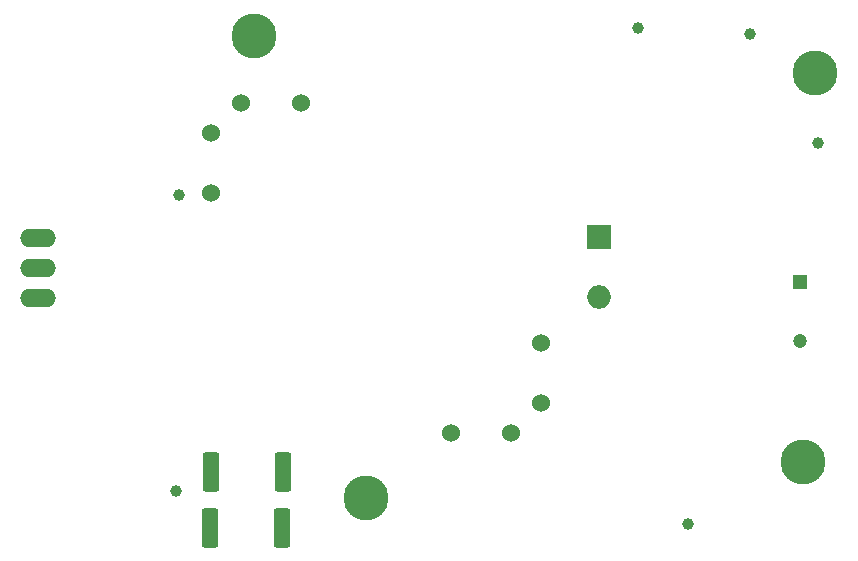
<source format=gts>
G04 #@! TF.GenerationSoftware,KiCad,Pcbnew,(6.0.11)*
G04 #@! TF.CreationDate,2023-06-14T00:40:10+03:00*
G04 #@! TF.ProjectId,flyback_48V_48W,666c7962-6163-46b5-9f34-38565f343857,rev?*
G04 #@! TF.SameCoordinates,Original*
G04 #@! TF.FileFunction,Soldermask,Top*
G04 #@! TF.FilePolarity,Negative*
%FSLAX46Y46*%
G04 Gerber Fmt 4.6, Leading zero omitted, Abs format (unit mm)*
G04 Created by KiCad (PCBNEW (6.0.11)) date 2023-06-14 00:40:10*
%MOMM*%
%LPD*%
G01*
G04 APERTURE LIST*
G04 Aperture macros list*
%AMRoundRect*
0 Rectangle with rounded corners*
0 $1 Rounding radius*
0 $2 $3 $4 $5 $6 $7 $8 $9 X,Y pos of 4 corners*
0 Add a 4 corners polygon primitive as box body*
4,1,4,$2,$3,$4,$5,$6,$7,$8,$9,$2,$3,0*
0 Add four circle primitives for the rounded corners*
1,1,$1+$1,$2,$3*
1,1,$1+$1,$4,$5*
1,1,$1+$1,$6,$7*
1,1,$1+$1,$8,$9*
0 Add four rect primitives between the rounded corners*
20,1,$1+$1,$2,$3,$4,$5,0*
20,1,$1+$1,$4,$5,$6,$7,0*
20,1,$1+$1,$6,$7,$8,$9,0*
20,1,$1+$1,$8,$9,$2,$3,0*%
G04 Aperture macros list end*
%ADD10C,1.524000*%
%ADD11C,3.800000*%
%ADD12O,3.048000X1.524000*%
%ADD13RoundRect,0.249999X-0.450001X-1.425001X0.450001X-1.425001X0.450001X1.425001X-0.450001X1.425001X0*%
%ADD14R,2.000000X2.000000*%
%ADD15O,2.000000X2.000000*%
%ADD16R,1.200000X1.200000*%
%ADD17C,1.200000*%
%ADD18C,1.000000*%
G04 APERTURE END LIST*
D10*
X148270000Y-70730000D03*
X148270000Y-65650000D03*
X145730000Y-73270000D03*
X140650000Y-73270000D03*
X120330000Y-52950000D03*
X120330000Y-47870000D03*
X122870000Y-45330000D03*
X127950000Y-45330000D03*
D11*
X133500000Y-78750000D03*
D12*
X105725000Y-61840000D03*
X105725000Y-56760000D03*
X105725000Y-59300000D03*
D11*
X171500000Y-42750000D03*
D13*
X120350000Y-76600000D03*
X126450000Y-76600000D03*
D14*
X153189500Y-56710000D03*
D15*
X153189500Y-61790000D03*
D16*
X170180000Y-60500000D03*
D17*
X170180000Y-65500000D03*
D11*
X170500000Y-75750000D03*
D18*
X117400000Y-78200000D03*
D13*
X120250000Y-81300000D03*
X126350000Y-81300000D03*
D18*
X160750000Y-81000000D03*
D11*
X123952000Y-39624000D03*
D18*
X171750000Y-48750000D03*
X166000000Y-39500000D03*
X156500000Y-39000000D03*
X117602000Y-53086000D03*
M02*

</source>
